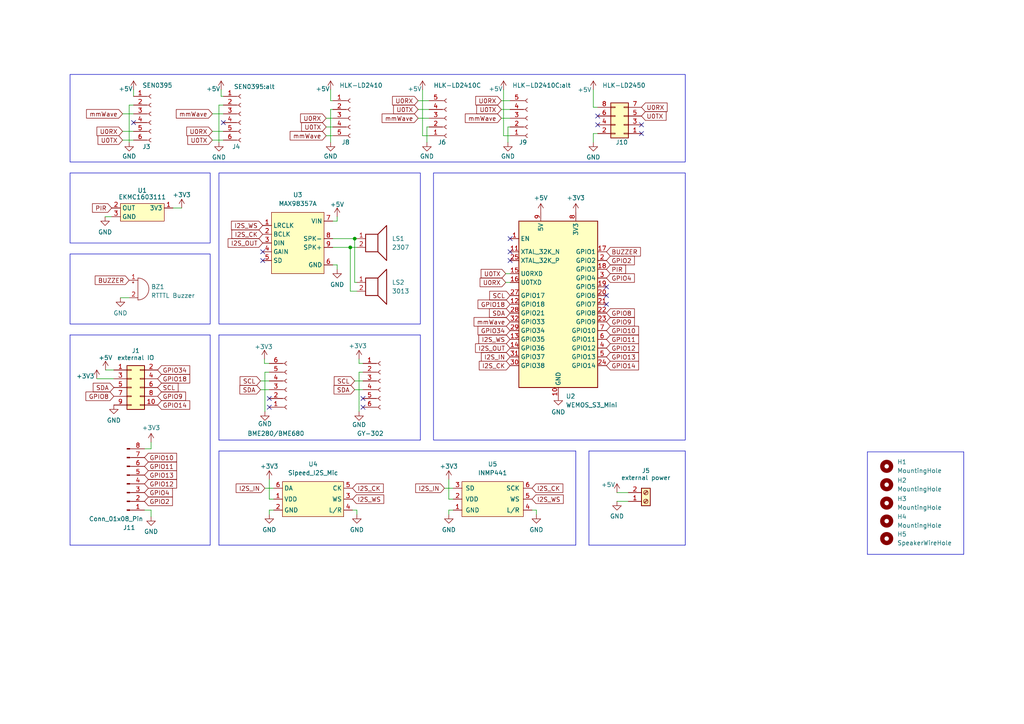
<source format=kicad_sch>
(kicad_sch (version 20230121) (generator eeschema)
  (paper "A4")
  (title_block (title "AIOsense") (date "2023-12-21") (rev "3.0.0") (company "Schluggi / Mourix") (comment 1 "https://github.com/Schluggi/AIOsense"))
  (lib_symbols
    (symbol "AIOsense:Adafruit_MAX98357A"
      (property "Reference" "U" (at 0 12.065 0))
      (property "Value" "MAX98357A" (at -0.635 10.16 0))
      (symbol "Adafruit_MAX98357A_1_1"
        (rectangle (start -7.62 8.89) (end 7.62 -8.89) (fill (type background)))
        (pin input line (at -10.16 5.08 0) (length 2.54) (name "LRCLK") (number "1"))
        (pin input line (at -10.16 2.54 0) (length 2.54) (name "BCLK") (number "2"))
        (pin input line (at -10.16 0 0) (length 2.54) (name "DIN") (number "3"))
        (pin input line (at -10.16 -2.54 0) (length 2.54) (name "GAIN") (number "4"))
        (pin input line (at -10.16 -5.08 0) (length 2.54) (name "SD") (number "5"))
        (pin power_in line (at 10.16 -6.35 180) (length 2.54) (name "GND") (number "6"))
        (pin power_in line (at 10.16 6.35 180) (length 2.54) (name "VIN") (number "7"))
        (pin output line (at 10.16 1.27 180) (length 2.54) (name "SPK-") (number "8"))
        (pin output line (at 10.16 -1.27 180) (length 2.54) (name "SPK+") (number "9"))
      )
    )
    (symbol "AIOsense:PIR_EKMC1603111"
      (property "Reference" "U" (at 0 5.715 0))
      (property "Value" "EKMC1603111" (at 0 3.81 0))
      (symbol "PIR_EKMC1603111_1_1"
        (rectangle (start -6.35 2.54) (end 6.35 -2.54) (fill (type background)))
        (pin power_in line (at 8.89 1.27 180) (length 2.54) (name "3V3") (number "1"))
        (pin output line (at -8.89 1.27 0) (length 2.54) (name "OUT") (number "2"))
        (pin power_in line (at -8.89 -1.27 0) (length 2.54) (name "GND") (number "3"))
      )
    )
    (symbol "AIOsense:Sipeed_I2S_Mic"
      (property "Reference" "U" (at 0 8.255 0))
      (property "Value" "Sipeed_I2S_Mic" (at 0 6.35 0))
      (symbol "Sipeed_I2S_Mic_1_1"
        (rectangle (start -8.89 5.08) (end 8.89 -5.08) (fill (type background)))
        (pin power_in line (at -11.43 0 0) (length 2.54) (name "VDD") (number "1"))
        (pin power_in line (at -11.43 -3.175 0) (length 2.54) (name "GND") (number "2"))
        (pin input line (at 11.43 0 180) (length 2.54) (name "WS") (number "3"))
        (pin input line (at 11.43 -3.175 180) (length 2.54) (name "L/R") (number "4"))
        (pin input line (at 11.43 3.175 180) (length 2.54) (name "CK") (number "5"))
        (pin output line (at -11.43 3.175 0) (length 2.54) (name "DA") (number "6"))
      )
    )
    (symbol "AIOsense:WEMOS_S3_Mini"
      (property "Reference" "U" (at 2.54 -30.48 0))
      (property "Value" "WEMOS_S3_Mini" (at 2.54 -33.02 0))
      (symbol "WEMOS_S3_Mini_1_1"
        (rectangle (start -11.43 20.32) (end 11.43 -27.94) (stroke (width 0.254)) (fill (type background)))
        (pin input line (at -13.97 15.24 0) (length 2.54) (name "EN") (number "1"))
        (pin power_in line (at 0 -30.48 90) (length 2.54) (name "GND") (number "10"))
        (pin input line (at -13.97 11.43 0) (length 2.54) (name "XTAL_32K_N") (number "11"))
        (pin bidirectional line (at -13.97 -3.81 0) (length 2.54) (name "GPIO18") (number "12"))
        (pin bidirectional line (at -13.97 -13.97 0) (length 2.54) (name "GPIO35") (number "13"))
        (pin bidirectional line (at -13.97 -16.51 0) (length 2.54) (name "GPIO36") (number "14"))
        (pin input line (at -13.97 5.08 0) (length 2.54) (name "U0RXD") (number "15"))
        (pin output line (at -13.97 2.54 0) (length 2.54) (name "U0TXD") (number "16"))
        (pin bidirectional line (at 13.97 11.43 180) (length 2.54) (name "GPIO1") (number "17"))
        (pin bidirectional line (at 13.97 6.35 180) (length 2.54) (name "GPIO3") (number "18"))
        (pin bidirectional line (at 13.97 1.27 180) (length 2.54) (name "GPIO5") (number "19"))
        (pin bidirectional line (at 13.97 8.89 180) (length 2.54) (name "GPIO2") (number "2"))
        (pin bidirectional line (at 13.97 -1.27 180) (length 2.54) (name "GPIO6") (number "20"))
        (pin bidirectional line (at 13.97 -3.81 180) (length 2.54) (name "GPIO7") (number "21"))
        (pin bidirectional line (at 13.97 -6.35 180) (length 2.54) (name "GPIO8") (number "22"))
        (pin bidirectional line (at 13.97 -8.89 180) (length 2.54) (name "GPIO9") (number "23"))
        (pin bidirectional line (at 13.97 -21.59 180) (length 2.54) (name "GPIO14") (number "24"))
        (pin output line (at -13.97 8.89 0) (length 2.54) (name "XTAL_32K_P") (number "25"))
        (pin passive line (at 0 -30.48 90) (length 2.54) hide (name "GND") (number "26"))
        (pin bidirectional line (at -13.97 -1.27 0) (length 2.54) (name "GPIO17") (number "27"))
        (pin bidirectional line (at -13.97 -6.35 0) (length 2.54) (name "GPIO21") (number "28"))
        (pin bidirectional line (at -13.97 -11.43 0) (length 2.54) (name "GPIO34") (number "29"))
        (pin bidirectional line (at 13.97 3.81 180) (length 2.54) (name "GPIO4") (number "3"))
        (pin bidirectional line (at -13.97 -21.59 0) (length 2.54) (name "GPIO38") (number "30"))
        (pin bidirectional line (at -13.97 -19.05 0) (length 2.54) (name "GPIO37") (number "31"))
        (pin bidirectional line (at -13.97 -8.89 0) (length 2.54) (name "GPIO33") (number "32"))
        (pin bidirectional line (at 13.97 -16.51 180) (length 2.54) (name "GPIO12") (number "4"))
        (pin bidirectional line (at 13.97 -19.05 180) (length 2.54) (name "GPIO13") (number "5"))
        (pin bidirectional line (at 13.97 -13.97 180) (length 2.54) (name "GPIO11") (number "6"))
        (pin bidirectional line (at 13.97 -11.43 180) (length 2.54) (name "GPIO10") (number "7"))
        (pin power_out line (at 5.08 22.86 270) (length 2.54) (name "3V3") (number "8"))
        (pin power_out line (at -5.08 22.86 270) (length 2.54) (name "5V") (number "9"))
      )
    )
    (symbol "Connector:Conn_01x05_Female" (pin_names (offset 1.016) hide)
      (property "Reference" "J" (at 0 7.62 0))
      (property "Value" "Conn_01x05_Female" (at 0 -7.62 0))
      (symbol "Conn_01x05_Female_1_1"
        (arc (start 0 -4.572) (mid -0.5058 -5.08) (end 0 -5.588) (stroke (width 0.1524)))
        (arc (start 0 -2.032) (mid -0.5058 -2.54) (end 0 -3.048) (stroke (width 0.1524)))
        (polyline (pts (xy -1.27 -5.08) (xy -0.508 -5.08)) (stroke (width 0.1524)))
        (polyline (pts (xy -1.27 -2.54) (xy -0.508 -2.54)) (stroke (width 0.1524)))
        (polyline (pts (xy -1.27 0) (xy -0.508 0)) (stroke (width 0.1524)))
        (polyline (pts (xy -1.27 2.54) (xy -0.508 2.54)) (stroke (width 0.1524)))
        (polyline (pts (xy -1.27 5.08) (xy -0.508 5.08)) (stroke (width 0.1524)))
        (arc (start 0 0.508) (mid -0.5058 0) (end 0 -0.508) (stroke (width 0.1524)))
        (arc (start 0 3.048) (mid -0.5058 2.54) (end 0 2.032) (stroke (width 0.1524)))
        (arc (start 0 5.588) (mid -0.5058 5.08) (end 0 4.572) (stroke (width 0.1524)))
        (pin passive line (at -5.08 5.08 0) (length 3.81) (name "Pin_1") (number "1"))
        (pin passive line (at -5.08 2.54 0) (length 3.81) (name "Pin_2") (number "2"))
        (pin passive line (at -5.08 0 0) (length 3.81) (name "Pin_3") (number "3"))
        (pin passive line (at -5.08 -2.54 0) (length 3.81) (name "Pin_4") (number "4"))
        (pin passive line (at -5.08 -5.08 0) (length 3.81) (name "Pin_5") (number "5"))
      )
    )
    (symbol "Connector:Conn_01x06_Female" (pin_names (offset 1.016) hide)
      (property "Reference" "J" (at 0 7.62 0))
      (property "Value" "Conn_01x06_Female" (at 0 -10.16 0))
      (symbol "Conn_01x06_Female_1_1"
        (arc (start 0 -7.112) (mid -0.5058 -7.62) (end 0 -8.128) (stroke (width 0.1524)))
        (arc (start 0 -4.572) (mid -0.5058 -5.08) (end 0 -5.588) (stroke (width 0.1524)))
        (arc (start 0 -2.032) (mid -0.5058 -2.54) (end 0 -3.048) (stroke (width 0.1524)))
        (polyline (pts (xy -1.27 -7.62) (xy -0.508 -7.62)) (stroke (width 0.1524)))
        (polyline (pts (xy -1.27 -5.08) (xy -0.508 -5.08)) (stroke (width 0.1524)))
        (polyline (pts (xy -1.27 -2.54) (xy -0.508 -2.54)) (stroke (width 0.1524)))
        (polyline (pts (xy -1.27 0) (xy -0.508 0)) (stroke (width 0.1524)))
        (polyline (pts (xy -1.27 2.54) (xy -0.508 2.54)) (stroke (width 0.1524)))
        (polyline (pts (xy -1.27 5.08) (xy -0.508 5.08)) (stroke (width 0.1524)))
        (arc (start 0 0.508) (mid -0.5058 0) (end 0 -0.508) (stroke (width 0.1524)))
        (arc (start 0 3.048) (mid -0.5058 2.54) (end 0 2.032) (stroke (width 0.1524)))
        (arc (start 0 5.588) (mid -0.5058 5.08) (end 0 4.572) (stroke (width 0.1524)))
        (pin passive line (at -5.08 5.08 0) (length 3.81) (name "Pin_1") (number "1"))
        (pin passive line (at -5.08 2.54 0) (length 3.81) (name "Pin_2") (number "2"))
        (pin passive line (at -5.08 0 0) (length 3.81) (name "Pin_3") (number "3"))
        (pin passive line (at -5.08 -2.54 0) (length 3.81) (name "Pin_4") (number "4"))
        (pin passive line (at -5.08 -5.08 0) (length 3.81) (name "Pin_5") (number "5"))
        (pin passive line (at -5.08 -7.62 0) (length 3.81) (name "Pin_6") (number "6"))
      )
    )
    (symbol "Connector:Conn_01x08_Pin" (pin_names (offset 1.016) hide)
      (property "Reference" "J" (at 0 10.16 0))
      (property "Value" "Conn_01x08_Pin" (at 0 -12.7 0))
      (symbol "Conn_01x08_Pin_1_1"
        (polyline (pts (xy 1.27 -10.16) (xy 0.8636 -10.16)) (stroke (width 0.1524)))
        (polyline (pts (xy 1.27 -7.62) (xy 0.8636 -7.62)) (stroke (width 0.1524)))
        (polyline (pts (xy 1.27 -5.08) (xy 0.8636 -5.08)) (stroke (width 0.1524)))
        (polyline (pts (xy 1.27 -2.54) (xy 0.8636 -2.54)) (stroke (width 0.1524)))
        (polyline (pts (xy 1.27 0) (xy 0.8636 0)) (stroke (width 0.1524)))
        (polyline (pts (xy 1.27 2.54) (xy 0.8636 2.54)) (stroke (width 0.1524)))
        (polyline (pts (xy 1.27 5.08) (xy 0.8636 5.08)) (stroke (width 0.1524)))
        (polyline (pts (xy 1.27 7.62) (xy 0.8636 7.62)) (stroke (width 0.1524)))
        (rectangle (start 0.8636 -10.033) (end 0 -10.287) (stroke (width 0.1524)) (fill (type outline)))
        (rectangle (start 0.8636 -7.493) (end 0 -7.747) (stroke (width 0.1524)) (fill (type outline)))
        (rectangle (start 0.8636 -4.953) (end 0 -5.207) (stroke (width 0.1524)) (fill (type outline)))
        (rectangle (start 0.8636 -2.413) (end 0 -2.667) (stroke (width 0.1524)) (fill (type outline)))
        (rectangle (start 0.8636 0.127) (end 0 -0.127) (stroke (width 0.1524)) (fill (type outline)))
        (rectangle (start 0.8636 2.667) (end 0 2.413) (stroke (width 0.1524)) (fill (type outline)))
        (rectangle (start 0.8636 5.207) (end 0 4.953) (stroke (width 0.1524)) (fill (type outline)))
        (rectangle (start 0.8636 7.747) (end 0 7.493) (stroke (width 0.1524)) (fill (type outline)))
        (pin passive line (at 5.08 7.62 180) (length 3.81) (name "Pin_1") (number "1"))
        (pin passive line (at 5.08 5.08 180) (length 3.81) (name "Pin_2") (number "2"))
        (pin passive line (at 5.08 2.54 180) (length 3.81) (name "Pin_3") (number "3"))
        (pin passive line (at 5.08 0 180) (length 3.81) (name "Pin_4") (number "4"))
        (pin passive line (at 5.08 -2.54 180) (length 3.81) (name "Pin_5") (number "5"))
        (pin passive line (at 5.08 -5.08 180) (length 3.81) (name "Pin_6") (number "6"))
        (pin passive line (at 5.08 -7.62 180) (length 3.81) (name "Pin_7") (number "7"))
        (pin passive line (at 5.08 -10.16 180) (length 3.81) (name "Pin_8") (number "8"))
      )
    )
    (symbol "Connector:Screw_Terminal_01x02" (pin_names (offset 1.016) hide)
      (property "Reference" "J" (at 0 2.54 0))
      (property "Value" "Screw_Terminal_01x02" (at 0 -5.08 0))
      (symbol "Screw_Terminal_01x02_1_1"
        (rectangle (start -1.27 1.27) (end 1.27 -3.81) (stroke (width 0.254)) (fill (type background)))
        (circle (center 0 -2.54) (radius 0.635) (stroke (width 0.1524)))
        (polyline (pts (xy -0.5334 -2.2098) (xy 0.3302 -3.048)) (stroke (width 0.1524)))
        (polyline (pts (xy -0.5334 0.3302) (xy 0.3302 -0.508)) (stroke (width 0.1524)))
        (polyline (pts (xy -0.3556 -2.032) (xy 0.508 -2.8702)) (stroke (width 0.1524)))
        (polyline (pts (xy -0.3556 0.508) (xy 0.508 -0.3302)) (stroke (width 0.1524)))
        (circle (center 0 0) (radius 0.635) (stroke (width 0.1524)))
        (pin passive line (at -5.08 0 0) (length 3.81) (name "Pin_1") (number "1"))
        (pin passive line (at -5.08 -2.54 0) (length 3.81) (name "Pin_2") (number "2"))
      )
    )
    (symbol "Connector_Generic:Conn_02x04_Odd_Even" (pin_names (offset 1.016) hide)
      (property "Reference" "J" (at 1.27 5.08 0))
      (property "Value" "Conn_02x04_Odd_Even" (at 1.27 -7.62 0))
      (symbol "Conn_02x04_Odd_Even_1_1"
        (rectangle (start -1.27 -4.953) (end 0 -5.207) (stroke (width 0.1524)))
        (rectangle (start -1.27 -2.413) (end 0 -2.667) (stroke (width 0.1524)))
        (rectangle (start -1.27 0.127) (end 0 -0.127) (stroke (width 0.1524)))
        (rectangle (start -1.27 2.667) (end 0 2.413) (stroke (width 0.1524)))
        (rectangle (start -1.27 3.81) (end 3.81 -6.35) (stroke (width 0.254)) (fill (type background)))
        (rectangle (start 3.81 -4.953) (end 2.54 -5.207) (stroke (width 0.1524)))
        (rectangle (start 3.81 -2.413) (end 2.54 -2.667) (stroke (width 0.1524)))
        (rectangle (start 3.81 0.127) (end 2.54 -0.127) (stroke (width 0.1524)))
        (rectangle (start 3.81 2.667) (end 2.54 2.413) (stroke (width 0.1524)))
        (pin passive line (at -5.08 2.54 0) (length 3.81) (name "Pin_1") (number "1"))
        (pin passive line (at 7.62 2.54 180) (length 3.81) (name "Pin_2") (number "2"))
        (pin passive line (at -5.08 0 0) (length 3.81) (name "Pin_3") (number "3"))
        (pin passive line (at 7.62 0 180) (length 3.81) (name "Pin_4") (number "4"))
        (pin passive line (at -5.08 -2.54 0) (length 3.81) (name "Pin_5") (number "5"))
        (pin passive line (at 7.62 -2.54 180) (length 3.81) (name "Pin_6") (number "6"))
        (pin passive line (at -5.08 -5.08 0) (length 3.81) (name "Pin_7") (number "7"))
        (pin passive line (at 7.62 -5.08 180) (length 3.81) (name "Pin_8") (number "8"))
      )
    )
    (symbol "Connector_Generic:Conn_02x05_Odd_Even" (pin_names (offset 1.016) hide)
      (property "Reference" "J" (at 1.27 7.62 0))
      (property "Value" "Conn_02x05_Odd_Even" (at 1.27 -7.62 0))
      (symbol "Conn_02x05_Odd_Even_1_1"
        (rectangle (start -1.27 -4.953) (end 0 -5.207) (stroke (width 0.1524)))
        (rectangle (start -1.27 -2.413) (end 0 -2.667) (stroke (width 0.1524)))
        (rectangle (start -1.27 0.127) (end 0 -0.127) (stroke (width 0.1524)))
        (rectangle (start -1.27 2.667) (end 0 2.413) (stroke (width 0.1524)))
        (rectangle (start -1.27 5.207) (end 0 4.953) (stroke (width 0.1524)))
        (rectangle (start -1.27 6.35) (end 3.81 -6.35) (stroke (width 0.254)) (fill (type background)))
        (rectangle (start 3.81 -4.953) (end 2.54 -5.207) (stroke (width 0.1524)))
        (rectangle (start 3.81 -2.413) (end 2.54 -2.667) (stroke (width 0.1524)))
        (rectangle (start 3.81 0.127) (end 2.54 -0.127) (stroke (width 0.1524)))
        (rectangle (start 3.81 2.667) (end 2.54 2.413) (stroke (width 0.1524)))
        (rectangle (start 3.81 5.207) (end 2.54 4.953) (stroke (width 0.1524)))
        (pin passive line (at -5.08 5.08 0) (length 3.81) (name "Pin_1") (number "1"))
        (pin passive line (at 7.62 -5.08 180) (length 3.81) (name "Pin_10") (number "10"))
        (pin passive line (at 7.62 5.08 180) (length 3.81) (name "Pin_2") (number "2"))
        (pin passive line (at -5.08 2.54 0) (length 3.81) (name "Pin_3") (number "3"))
        (pin passive line (at 7.62 2.54 180) (length 3.81) (name "Pin_4") (number "4"))
        (pin passive line (at -5.08 0 0) (length 3.81) (name "Pin_5") (number "5"))
        (pin passive line (at 7.62 0 180) (length 3.81) (name "Pin_6") (number "6"))
        (pin passive line (at -5.08 -2.54 0) (length 3.81) (name "Pin_7") (number "7"))
        (pin passive line (at 7.62 -2.54 180) (length 3.81) (name "Pin_8") (number "8"))
        (pin passive line (at -5.08 -5.08 0) (length 3.81) (name "Pin_9") (number "9"))
      )
    )
    (symbol "Device:Buzzer" (pin_names (offset 0.0254) hide)
      (property "Reference" "BZ" (at 3.81 1.27 0))
      (property "Value" "Buzzer" (at 3.81 -1.27 0))
      (symbol "Buzzer_0_1"
        (arc (start 0 -3.175) (mid 3.1612 0) (end 0 3.175))
        (polyline (pts (xy -1.651 1.905) (xy -1.143 1.905)))
        (polyline (pts (xy -1.397 2.159) (xy -1.397 1.651)))
        (polyline (pts (xy 0 3.175) (xy 0 -3.175)))
      )
      (symbol "Buzzer_1_1"
        (pin passive line (at -2.54 2.54 0) (length 2.54) (name "-") (number "1"))
        (pin passive line (at -2.54 -2.54 0) (length 2.54) (name "+") (number "2"))
      )
    )
    (symbol "Device:Speaker" (pin_names (offset 0) hide)
      (property "Reference" "LS" (at 1.27 5.715 0))
      (property "Value" "Speaker" (at 1.27 3.81 0))
      (symbol "Speaker_0_0"
        (rectangle (start -2.54 1.27) (end 1.016 -3.81) (stroke (width 0.254)))
        (polyline (pts (xy 1.016 1.27) (xy 3.556 3.81) (xy 3.556 -6.35) (xy 1.016 -3.81)) (stroke (width 0.254)))
      )
      (symbol "Speaker_1_1"
        (pin input line (at -5.08 0 0) (length 2.54) (name "1") (number "1"))
        (pin input line (at -5.08 -2.54 0) (length 2.54) (name "2") (number "2"))
      )
    )
    (symbol "Mechanical:MountingHole" (pin_names (offset 1.016))
      (property "Reference" "H" (at 0 5.08 0))
      (property "Value" "MountingHole" (at 0 3.175 0))
      (symbol "MountingHole_0_1"
        (circle (center 0 0) (radius 1.27) (stroke (width 1.27)))
      )
    )
    (symbol "inmp441:INMP441" (pin_names (offset 1.016))
      (property "Reference" "U5" (at 0 -8.89 0))
      (property "Value" "INMP441" (at 0 -6.35 0))
      (symbol "INMP441_1_1"
        (rectangle (start -8.89 6.35) (end 8.89 -3.81) (fill (type background)))
        (pin power_out line (at 11.43 4.445 180) (length 2.54) (name "GND") (number "1"))
        (pin power_out line (at 11.43 1.27 180) (length 2.54) (name "VDD") (number "2"))
        (pin bidirectional line (at 11.43 -1.905 180) (length 2.54) (name "SD") (number "3"))
        (pin bidirectional line (at -11.43 4.445 0) (length 2.54) (name "L/R") (number "4"))
        (pin bidirectional line (at -11.43 1.27 0) (length 2.54) (name "WS") (number "5"))
        (pin bidirectional line (at -11.43 -1.905 0) (length 2.54) (name "SCK") (number "6"))
      )
    )
    (symbol "power:+3V3" (power) (pin_names (offset 0))
      (property "Value" "+3V3" (at 0 3.556 0))
      (symbol "+3V3_0_1"
        (polyline (pts (xy -0.762 1.27) (xy 0 2.54)))
        (polyline (pts (xy 0 0) (xy 0 2.54)))
        (polyline (pts (xy 0 2.54) (xy 0.762 1.27)))
      )
      (symbol "+3V3_1_1"
        (pin power_in line (at 0 0 90) (length 0) hide (name "+3V3") (number "1"))
      )
    )
    (symbol "power:+5V" (power) (pin_names (offset 0))
      (property "Value" "+5V" (at 0 3.556 0))
      (symbol "+5V_0_1"
        (polyline (pts (xy -0.762 1.27) (xy 0 2.54)))
        (polyline (pts (xy 0 0) (xy 0 2.54)))
        (polyline (pts (xy 0 2.54) (xy 0.762 1.27)))
      )
      (symbol "+5V_1_1"
        (pin power_in line (at 0 0 90) (length 0) hide (name "+5V") (number "1"))
      )
    )
    (symbol "power:GND" (power) (pin_names (offset 0))
      (property "Value" "GND" (at 0 -3.81 0))
      (symbol "GND_0_1"
        (polyline (pts (xy 0 0) (xy 0 -1.27) (xy 1.27 -1.27) (xy 0 -2.54) (xy -1.27 -1.27) (xy 0 -1.27)))
      )
      (symbol "GND_1_1"
        (pin power_in line (at 0 0 270) (length 0) hide (name "GND") (number "1"))
      )
    )
  )
  (junction (at 102.87 69.215))
  (junction (at 101.6 71.755))
  (no_connect (at 175.895 88.265))
  (no_connect (at 105.283 115.57))
  (no_connect (at 64.77 35.56))
  (no_connect (at 38.735 35.56))
  (no_connect (at 175.895 85.725))
  (no_connect (at 76.2 73.025))
  (no_connect (at 78.105 115.57))
  (no_connect (at 78.105 118.11))
  (no_connect (at 175.895 83.185))
  (no_connect (at 147.955 69.215))
  (no_connect (at 147.955 73.025))
  (no_connect (at 105.283 118.11))
  (no_connect (at 173.355 33.655))
  (no_connect (at 186.055 36.195))
  (no_connect (at 173.355 36.195))
  (no_connect (at 147.955 75.565))
  (no_connect (at 186.055 38.735))
  (no_connect (at 76.2 75.565))
  (wire (pts (xy 64.135 27.94) (xy 64.135 26.035)))
  (wire (pts (xy 102.87 110.49) (xy 105.283 110.49)))
  (polyline (pts (xy 63.5 127.635) (xy 121.92 127.635)))
  (wire (pts (xy 104.14 119.38) (xy 104.14 107.95)))
  (wire (pts (xy 76.835 141.605) (xy 79.375 141.605)))
  (wire (pts (xy 95.885 31.75) (xy 95.885 41.275)))
  (polyline (pts (xy 63.5 97.155) (xy 121.92 97.155)))
  (wire (pts (xy 130.175 139.065) (xy 130.175 144.78)))
  (wire (pts (xy 35.56 38.1) (xy 38.735 38.1)))
  (wire (pts (xy 146.05 26.035) (xy 146.05 39.37)))
  (wire (pts (xy 35.56 33.02) (xy 38.735 33.02)))
  (wire (pts (xy 43.815 130.175) (xy 41.91 130.175)))
  (wire (pts (xy 178.943 142.875) (xy 182.245 142.875)))
  (wire (pts (xy 128.905 141.605) (xy 131.445 141.605)))
  (wire (pts (xy 95.885 26.035) (xy 95.885 29.21)))
  (polyline (pts (xy 60.96 158.115) (xy 60.96 97.155)))
  (wire (pts (xy 96.52 71.755) (xy 101.6 71.755)))
  (polyline (pts (xy 63.5 130.81) (xy 63.5 158.115)))
  (polyline (pts (xy 170.815 158.115) (xy 198.755 158.115)))
  (polyline (pts (xy 20.32 158.115) (xy 60.96 158.115)))
  (wire (pts (xy 63.5 41.275) (xy 63.5 30.48)))
  (wire (pts (xy 123.825 36.83) (xy 123.825 41.275)))
  (wire (pts (xy 50.165 60.325) (xy 52.705 60.325)))
  (wire (pts (xy 96.52 64.135) (xy 97.79 64.135)))
  (wire (pts (xy 146.685 79.375) (xy 147.955 79.375)))
  (wire (pts (xy 147.32 41.275) (xy 147.32 36.83)))
  (polyline (pts (xy 170.815 130.81) (xy 170.815 158.115)))
  (wire (pts (xy 78.105 147.955) (xy 78.105 149.225)))
  (wire (pts (xy 30.48 62.865) (xy 32.385 62.865)))
  (wire (pts (xy 101.6 71.755) (xy 103.505 71.755)))
  (polyline (pts (xy 167.005 130.81) (xy 63.5 130.81)))
  (polyline (pts (xy 63.5 97.155) (xy 63.5 127.635)))
  (wire (pts (xy 130.175 147.955) (xy 130.175 149.225)))
  (wire (pts (xy 61.595 38.1) (xy 64.77 38.1)))
  (wire (pts (xy 122.555 39.37) (xy 124.46 39.37)))
  (wire (pts (xy 146.05 39.37) (xy 147.955 39.37)))
  (polyline (pts (xy 20.32 97.155) (xy 60.96 97.155)))
  (wire (pts (xy 63.5 30.48) (xy 64.77 30.48)))
  (wire (pts (xy 78.105 107.95) (xy 76.835 107.95)))
  (polyline (pts (xy 279.527 160.782) (xy 279.527 131.064)))
  (wire (pts (xy 95.885 29.21) (xy 96.52 29.21)))
  (polyline (pts (xy 251.587 131.064) (xy 279.527 131.064)))
  (wire (pts (xy 94.615 36.83) (xy 96.52 36.83)))
  (wire (pts (xy 172.085 38.735) (xy 172.085 41.275)))
  (wire (pts (xy 102.87 113.03) (xy 105.283 113.03)))
  (wire (pts (xy 145.415 29.21) (xy 147.955 29.21)))
  (wire (pts (xy 155.575 149.225) (xy 155.575 147.955)))
  (wire (pts (xy 61.595 33.02) (xy 64.77 33.02)))
  (wire (pts (xy 35.56 40.64) (xy 38.735 40.64)))
  (wire (pts (xy 121.285 34.29) (xy 124.46 34.29)))
  (wire (pts (xy 78.105 144.78) (xy 79.375 144.78)))
  (wire (pts (xy 121.285 31.75) (xy 124.46 31.75)))
  (wire (pts (xy 38.735 26.035) (xy 38.735 27.94)))
  (wire (pts (xy 64.77 27.94) (xy 64.135 27.94)))
  (wire (pts (xy 101.6 71.755) (xy 101.6 84.455)))
  (wire (pts (xy 122.555 26.035) (xy 122.555 39.37)))
  (wire (pts (xy 147.32 36.83) (xy 147.955 36.83)))
  (wire (pts (xy 43.815 147.955) (xy 41.91 147.955)))
  (wire (pts (xy 103.505 147.955) (xy 102.235 147.955)))
  (wire (pts (xy 172.085 31.115) (xy 173.355 31.115)))
  (wire (pts (xy 145.415 31.75) (xy 147.955 31.75)))
  (wire (pts (xy 121.285 29.21) (xy 124.46 29.21)))
  (wire (pts (xy 37.465 30.48) (xy 37.465 41.275)))
  (polyline (pts (xy 251.587 131.064) (xy 251.587 160.782)))
  (wire (pts (xy 75.565 113.03) (xy 78.105 113.03)))
  (polyline (pts (xy 170.815 130.81) (xy 198.755 130.81)))
  (wire (pts (xy 78.105 139.065) (xy 78.105 144.78)))
  (wire (pts (xy 75.565 110.49) (xy 78.105 110.49)))
  (wire (pts (xy 178.943 145.415) (xy 182.245 145.415)))
  (wire (pts (xy 76.708 104.14) (xy 76.708 105.41)))
  (wire (pts (xy 97.79 62.865) (xy 97.79 64.135)))
  (polyline (pts (xy 167.005 158.115) (xy 167.005 130.81)))
  (wire (pts (xy 102.87 69.215) (xy 103.505 69.215)))
  (wire (pts (xy 146.685 81.915) (xy 147.955 81.915)))
  (wire (pts (xy 95.885 31.75) (xy 96.52 31.75)))
  (polyline (pts (xy 20.32 97.155) (xy 20.32 158.115)))
  (polyline (pts (xy 251.587 160.782) (xy 279.527 160.782)))
  (wire (pts (xy 34.925 86.36) (xy 37.465 86.36)))
  (wire (pts (xy 123.825 36.83) (xy 124.46 36.83)))
  (wire (pts (xy 94.615 34.29) (xy 96.52 34.29)))
  (wire (pts (xy 104.14 105.41) (xy 105.283 105.41)))
  (wire (pts (xy 96.52 76.835) (xy 97.79 76.835)))
  (wire (pts (xy 76.708 105.41) (xy 78.105 105.41)))
  (wire (pts (xy 43.815 128.27) (xy 43.815 130.175)))
  (polyline (pts (xy 198.755 158.115) (xy 198.755 130.81)))
  (polyline (pts (xy 63.5 158.115) (xy 167.005 158.115)))
  (polyline (pts (xy 121.92 127.635) (xy 121.92 97.155)))
  (wire (pts (xy 37.465 30.48) (xy 38.735 30.48)))
  (wire (pts (xy 130.175 144.78) (xy 131.445 144.78)))
  (wire (pts (xy 172.085 26.035) (xy 172.085 31.115)))
  (wire (pts (xy 30.607 107.315) (xy 33.02 107.315)))
  (wire (pts (xy 97.79 76.835) (xy 97.79 78.105)))
  (wire (pts (xy 79.375 147.955) (xy 78.105 147.955)))
  (wire (pts (xy 145.415 34.29) (xy 147.955 34.29)))
  (wire (pts (xy 103.505 81.915) (xy 102.87 81.915)))
  (wire (pts (xy 76.835 107.95) (xy 76.835 119.38)))
  (wire (pts (xy 104.14 107.95) (xy 105.283 107.95)))
  (wire (pts (xy 172.085 38.735) (xy 173.355 38.735)))
  (wire (pts (xy 131.445 147.955) (xy 130.175 147.955)))
  (wire (pts (xy 94.615 39.37) (xy 96.52 39.37)))
  (wire (pts (xy 28.067 109.855) (xy 33.02 109.855)))
  (wire (pts (xy 103.505 84.455) (xy 101.6 84.455)))
  (wire (pts (xy 104.14 104.14) (xy 104.14 105.41)))
  (wire (pts (xy 155.575 147.955) (xy 154.305 147.955)))
  (wire (pts (xy 96.52 69.215) (xy 102.87 69.215)))
  (wire (pts (xy 43.815 149.86) (xy 43.815 147.955)))
  (wire (pts (xy 103.505 149.225) (xy 103.505 147.955)))
  (wire (pts (xy 61.595 40.64) (xy 64.77 40.64)))
  (wire (pts (xy 102.87 69.215) (xy 102.87 81.915)))
  (rectangle (start 125.73 50.165) (end 198.755 127.635))
  (rectangle (start 63.5 50.165) (end 121.92 93.98))
  (rectangle (start 20.32 50.165) (end 60.96 70.485))
  (rectangle (start 20.32 21.59) (end 198.755 46.99))
  (rectangle (start 20.32 73.66) (end 60.96 93.98))
  (global_label "U0TX" (shape input) (at 61.595 40.64 180) (property "Intersheetrefs" "${INTERSHEET_REFS}" (effects hide)))
  (global_label "SDA" (shape input) (at 33.02 112.395 180) (property "Intersheetrefs" "${INTERSHEET_REFS}" (effects hide)))
  (global_label "I2S_WS" (shape input) (at 102.235 144.78 0) (property "Intersheetrefs" "${INTERSHEET_REFS}" (effects hide)))
  (global_label "GPIO13" (shape input) (at 175.895 103.505 0) (property "Intersheetrefs" "${INTERSHEET_REFS}" (effects hide)))
  (global_label "GPIO18" (shape input) (at 45.72 109.855 0) (property "Intersheetrefs" "${INTERSHEET_REFS}" (effects hide)))
  (global_label "I2S_IN" (shape input) (at 147.955 103.505 180) (property "Intersheetrefs" "${INTERSHEET_REFS}" (effects hide)))
  (global_label "U0RX" (shape input) (at 145.415 29.21 180) (property "Intersheetrefs" "${INTERSHEET_REFS}" (effects hide)))
  (global_label "mmWave" (shape input) (at 121.285 34.29 180) (property "Intersheetrefs" "${INTERSHEET_REFS}" (effects hide)))
  (global_label "SDA" (shape input) (at 147.955 90.805 180) (property "Intersheetrefs" "${INTERSHEET_REFS}" (effects hide)))
  (global_label "I2S_WS" (shape input) (at 147.955 98.425 180) (property "Intersheetrefs" "${INTERSHEET_REFS}" (effects hide)))
  (global_label "SCL" (shape input) (at 102.87 110.49 180) (property "Intersheetrefs" "${INTERSHEET_REFS}" (effects hide)))
  (global_label "PIR" (shape input) (at 175.895 78.105 0) (property "Intersheetrefs" "${INTERSHEET_REFS}" (effects hide)))
  (global_label "I2S_WS" (shape input) (at 76.2 65.405 180) (property "Intersheetrefs" "${INTERSHEET_REFS}" (effects hide)))
  (global_label "I2S_WS" (shape input) (at 154.305 144.78 0) (property "Intersheetrefs" "${INTERSHEET_REFS}" (effects hide)))
  (global_label "SCL" (shape input) (at 45.72 112.395 0) (property "Intersheetrefs" "${INTERSHEET_REFS}" (effects hide)))
  (global_label "I2S_CK" (shape input) (at 154.305 141.605 0) (property "Intersheetrefs" "${INTERSHEET_REFS}" (effects hide)))
  (global_label "U0RX" (shape input) (at 186.055 31.115 0) (property "Intersheetrefs" "${INTERSHEET_REFS}" (effects hide)))
  (global_label "mmWave" (shape input) (at 61.595 33.02 180) (property "Intersheetrefs" "${INTERSHEET_REFS}" (effects hide)))
  (global_label "SCL" (shape input) (at 75.565 110.49 180) (property "Intersheetrefs" "${INTERSHEET_REFS}" (effects hide)))
  (global_label "U0TX" (shape input) (at 186.055 33.655 0) (property "Intersheetrefs" "${INTERSHEET_REFS}" (effects hide)))
  (global_label "I2S_IN" (shape input) (at 128.905 141.605 180) (property "Intersheetrefs" "${INTERSHEET_REFS}" (effects hide)))
  (global_label "GPIO4" (shape input) (at 41.91 142.875 0) (property "Intersheetrefs" "${INTERSHEET_REFS}" (effects hide)))
  (global_label "U0RX" (shape input) (at 146.685 81.915 180) (property "Intersheetrefs" "${INTERSHEET_REFS}" (effects hide)))
  (global_label "GPIO9" (shape input) (at 175.895 93.345 0) (property "Intersheetrefs" "${INTERSHEET_REFS}" (effects hide)))
  (global_label "GPIO8" (shape input) (at 175.895 90.805 0) (property "Intersheetrefs" "${INTERSHEET_REFS}" (effects hide)))
  (global_label "I2S_IN" (shape input) (at 76.835 141.605 180) (property "Intersheetrefs" "${INTERSHEET_REFS}" (effects hide)))
  (global_label "I2S_OUT" (shape input) (at 76.2 70.485 180) (property "Intersheetrefs" "${INTERSHEET_REFS}" (effects hide)))
  (global_label "U0TX" (shape input) (at 35.56 40.64 180) (property "Intersheetrefs" "${INTERSHEET_REFS}" (effects hide)))
  (global_label "U0RX" (shape input) (at 94.615 34.29 180) (property "Intersheetrefs" "${INTERSHEET_REFS}" (effects hide)))
  (global_label "U0TX" (shape input) (at 146.685 79.375 180) (property "Intersheetrefs" "${INTERSHEET_REFS}" (effects hide)))
  (global_label "GPIO10" (shape input) (at 41.91 132.715 0) (property "Intersheetrefs" "${INTERSHEET_REFS}" (effects hide)))
  (global_label "GPIO4" (shape input) (at 175.895 80.645 0) (property "Intersheetrefs" "${INTERSHEET_REFS}" (effects hide)))
  (global_label "GPIO2" (shape input) (at 175.895 75.565 0) (property "Intersheetrefs" "${INTERSHEET_REFS}" (effects hide)))
  (global_label "I2S_OUT" (shape input) (at 147.955 100.965 180) (property "Intersheetrefs" "${INTERSHEET_REFS}" (effects hide)))
  (global_label "U0TX" (shape input) (at 94.615 36.83 180) (property "Intersheetrefs" "${INTERSHEET_REFS}" (effects hide)))
  (global_label "GPIO11" (shape input) (at 175.895 98.425 0) (property "Intersheetrefs" "${INTERSHEET_REFS}" (effects hide)))
  (global_label "GPIO11" (shape input) (at 41.91 135.255 0) (property "Intersheetrefs" "${INTERSHEET_REFS}" (effects hide)))
  (global_label "PIR" (shape input) (at 32.385 60.325 180) (property "Intersheetrefs" "${INTERSHEET_REFS}" (effects hide)))
  (global_label "GPIO9" (shape input) (at 45.72 114.935 0) (property "Intersheetrefs" "${INTERSHEET_REFS}" (effects hide)))
  (global_label "GPIO12" (shape input) (at 175.895 100.965 0) (property "Intersheetrefs" "${INTERSHEET_REFS}" (effects hide)))
  (global_label "U0RX" (shape input) (at 35.56 38.1 180) (property "Intersheetrefs" "${INTERSHEET_REFS}" (effects hide)))
  (global_label "GPIO2" (shape input) (at 41.91 145.415 0) (property "Intersheetrefs" "${INTERSHEET_REFS}" (effects hide)))
  (global_label "GPIO18" (shape input) (at 147.955 88.265 180) (property "Intersheetrefs" "${INTERSHEET_REFS}" (effects hide)))
  (global_label "I2S_CK" (shape input) (at 102.235 141.605 0) (property "Intersheetrefs" "${INTERSHEET_REFS}" (effects hide)))
  (global_label "BUZZER" (shape input) (at 37.465 81.28 180) (property "Intersheetrefs" "${INTERSHEET_REFS}" (effects hide)))
  (global_label "I2S_CK" (shape input) (at 147.955 106.045 180) (property "Intersheetrefs" "${INTERSHEET_REFS}" (effects hide)))
  (global_label "GPIO14" (shape input) (at 175.895 106.045 0) (property "Intersheetrefs" "${INTERSHEET_REFS}" (effects hide)))
  (global_label "mmWave" (shape input) (at 35.56 33.02 180) (property "Intersheetrefs" "${INTERSHEET_REFS}" (effects hide)))
  (global_label "GPIO13" (shape input) (at 41.91 137.795 0) (property "Intersheetrefs" "${INTERSHEET_REFS}" (effects hide)))
  (global_label "mmWave" (shape input) (at 147.955 93.345 180) (property "Intersheetrefs" "${INTERSHEET_REFS}" (effects hide)))
  (global_label "mmWave" (shape input) (at 145.415 34.29 180) (property "Intersheetrefs" "${INTERSHEET_REFS}" (effects hide)))
  (global_label "GPIO8" (shape input) (at 33.02 114.935 180) (property "Intersheetrefs" "${INTERSHEET_REFS}" (effects hide)))
  (global_label "SDA" (shape input) (at 102.87 113.03 180) (property "Intersheetrefs" "${INTERSHEET_REFS}" (effects hide)))
  (global_label "mmWave" (shape input) (at 94.615 39.37 180) (property "Intersheetrefs" "${INTERSHEET_REFS}" (effects hide)))
  (global_label "U0RX" (shape input) (at 121.285 29.21 180) (property "Intersheetrefs" "${INTERSHEET_REFS}" (effects hide)))
  (global_label "U0TX" (shape input) (at 145.415 31.75 180) (property "Intersheetrefs" "${INTERSHEET_REFS}" (effects hide)))
  (global_label "SCL" (shape input) (at 147.955 85.725 180) (property "Intersheetrefs" "${INTERSHEET_REFS}" (effects hide)))
  (global_label "I2S_CK" (shape input) (at 76.2 67.945 180) (property "Intersheetrefs" "${INTERSHEET_REFS}" (effects hide)))
  (global_label "GPIO12" (shape input) (at 41.91 140.335 0) (property "Intersheetrefs" "${INTERSHEET_REFS}" (effects hide)))
  (global_label "GPIO10" (shape input) (at 175.895 95.885 0) (property "Intersheetrefs" "${INTERSHEET_REFS}" (effects hide)))
  (global_label "GPIO34" (shape input) (at 147.955 95.885 180) (property "Intersheetrefs" "${INTERSHEET_REFS}" (effects hide)))
  (global_label "U0RX" (shape input) (at 61.595 38.1 180) (property "Intersheetrefs" "${INTERSHEET_REFS}" (effects hide)))
  (global_label "SDA" (shape input) (at 75.565 113.03 180) (property "Intersheetrefs" "${INTERSHEET_REFS}" (effects hide)))
  (global_label "GPIO14" (shape input) (at 45.72 117.475 0) (property "Intersheetrefs" "${INTERSHEET_REFS}" (effects hide)))
  (global_label "BUZZER" (shape input) (at 175.895 73.025 0) (property "Intersheetrefs" "${INTERSHEET_REFS}" (effects hide)))
  (global_label "U0TX" (shape input) (at 121.285 31.75 180) (property "Intersheetrefs" "${INTERSHEET_REFS}" (effects hide)))
  (global_label "GPIO34" (shape input) (at 45.72 107.315 0) (property "Intersheetrefs" "${INTERSHEET_REFS}" (effects hide)))
  (symbol (lib_id "power:+5V") (at 156.845 61.595 0) (unit 1)
    (property "Reference" "#PWR03" (effects hide))
    (property "Value" "+5V" (at 156.845 57.404 0))
  )
  (symbol (lib_id "power:GND") (at 30.48 62.865 0) (unit 1)
    (property "Reference" "#PWR05" (effects hide))
    (property "Value" "GND" (at 30.48 67.31 0))
  )
  (symbol (lib_id "inmp441:INMP441") (at 142.875 143.51 180) (unit 1)
    (property "Reference" "U5" (at 142.875 134.62 0))
    (property "Value" "INMP441" (at 142.875 137.16 0))
    (property "Footprint" "myStuff:INMP441" (effects hide))
    (property "Digikey Part #" "obsolete" (effects hide))
    (property "Farnell Part #" "obsolete" (effects hide))
    (property "Manufacturer_Name" "TDK InvenSense" (effects hide))
    (property "Manufacturer_Part_Number" "INMP441ACEZ-R7" (effects hide))
    (property "Mouser Part #" "obsolete" (effects hide))
    (property "Remark" "not produced anymore" (effects hide))
  )
  (symbol (lib_id "Device:Speaker") (at 108.585 69.215 0) (unit 1)
    (property "Reference" "LS1" (at 113.665 69.215 0) (effects (justify left)))
    (property "Value" "2307" (at 113.665 71.755 0) (effects (justify left)))
    (property "Footprint" "AIOsense:Speaker_2307" (effects hide))
  )
  (symbol (lib_id "Connector:Conn_01x05_Female") (at 129.54 34.29 0) (mirror x) (unit 1)
    (property "Reference" "J6" (at 127 41.275 0) (effects (justify left)))
    (property "Value" "HLK-LD2410C" (at 125.73 24.765 0) (effects (justify left)))
    (property "Footprint" "Connector_PinSocket_2.54mm:PinSocket_1x05_P2.54mm_Vertical" (effects hide))
    (property "Aliexpress Part #" "https://de.aliexpress.com/item/1005004370112289.html?gatewayAdapt=glo2deu" (effects hide))
    (property "Digikey Part #" "/" (effects hide))
    (property "Farnell Part #" "/" (effects hide))
    (property "Manufacturer_Name" "HiLink" (effects hide))
    (property "Manufacturer_Part_Number" "LD2410 " (effects hide))
    (property "Mouser Part #" "/" (effects hide))
    (property "Mouser Price/Stock" "https://www.hlktech.net/index.php?id=988" (effects hide))
  )
  (symbol (lib_id "power:GND") (at 103.505 149.225 0) (unit 1)
    (property "Reference" "#PWR015" (effects hide))
    (property "Value" "GND" (at 103.505 153.67 0))
  )
  (symbol (lib_id "Connector:Conn_01x05_Female") (at 153.035 34.29 0) (mirror x) (unit 1)
    (property "Reference" "J9" (at 150.495 41.275 0) (effects (justify left)))
    (property "Value" "HLK-LD2410C:alt" (at 148.59 24.765 0) (effects (justify left)))
    (property "Footprint" "Connector_PinSocket_2.54mm:PinSocket_1x05_P2.54mm_Vertical" (effects hide))
    (property "Aliexpress Part #" "https://de.aliexpress.com/item/1005004370112289.html?gatewayAdapt=glo2deu" (effects hide))
    (property "Digikey Part #" "/" (effects hide))
    (property "Farnell Part #" "/" (effects hide))
    (property "Manufacturer_Name" "HiLink" (effects hide))
    (property "Manufacturer_Part_Number" "LD2410 " (effects hide))
    (property "Mouser Part #" "/" (effects hide))
    (property "Mouser Price/Stock" "https://www.hlktech.net/index.php?id=988" (effects hide))
  )
  (symbol (lib_id "power:GND") (at 123.825 41.275 0) (unit 1)
    (property "Reference" "#PWR06" (effects hide))
    (property "Value" "GND" (at 123.825 45.339 0))
  )
  (symbol (lib_id "power:+3V3") (at 28.067 109.855 0) (unit 1)
    (property "Reference" "#PWR020" (effects hide))
    (property "Value" "+3V3" (at 24.765 109.093 0))
  )
  (symbol (lib_id "power:GND") (at 76.835 119.38 0) (unit 1)
    (property "Reference" "#PWR027" (effects hide))
    (property "Value" "GND" (at 76.835 122.936 0))
  )
  (symbol (lib_id "power:GND") (at 33.02 117.475 0) (unit 1)
    (property "Reference" "#PWR019" (effects hide))
    (property "Value" "GND" (at 33.02 121.92 0))
  )
  (symbol (lib_id "power:GND") (at 37.465 41.275 0) (unit 1)
    (property "Reference" "#PWR09" (effects hide))
    (property "Value" "GND" (at 37.465 45.339 0))
  )
  (symbol (lib_id "power:+5V") (at 95.885 26.035 0) (unit 1)
    (property "Reference" "#PWR030" (effects hide))
    (property "Value" "+5V" (at 93.599 25.781 0))
  )
  (symbol (lib_id "power:GND") (at 130.175 149.225 0) (unit 1)
    (property "Reference" "#PWR025" (effects hide))
    (property "Value" "GND" (at 130.175 153.67 0))
  )
  (symbol (lib_id "Connector_Generic:Conn_02x05_Odd_Even") (at 38.1 112.395 0) (unit 1)
    (property "Reference" "J1" (at 39.37 101.727 0))
    (property "Value" "external IO" (at 39.37 103.759 0))
    (property "Footprint" "Connector_PinHeader_2.54mm:PinHeader_2x05_P2.54mm_Vertical" (effects hide))
  )
  (symbol (lib_id "power:GND") (at 95.885 41.275 0) (unit 1)
    (property "Reference" "#PWR029" (effects hide))
    (property "Value" "GND" (at 95.885 45.339 0))
  )
  (symbol (lib_id "Connector:Screw_Terminal_01x02") (at 187.325 145.415 0) (mirror x) (unit 1)
    (property "Reference" "J5" (at 187.325 136.525 0))
    (property "Value" "external power" (at 187.325 138.557 0))
    (property "Footprint" "TerminalBlock_TE-Connectivity:TerminalBlock_TE_282834-2_1x02_P2.54mm_Horizontal" (effects hide))
    (property "Digikey Part #" "732-691210910002-ND" (effects hide))
    (property "Farnell Part #" "/" (effects hide))
    (property "Manufacturer_Name" "Wuerth Elektronik" (effects hide))
    (property "Manufacturer_Part_Number" "691210910002" (effects hide))
    (property "Mouser Part #" "710-691210910002" (effects hide))
  )
  (symbol (lib_id "Mechanical:MountingHole") (at 257.175 140.589 0) (unit 1)
    (property "Reference" "H2" (at 260.223 139.3189 0) (effects (justify left)))
    (property "Value" "MountingHole" (at 260.223 141.8589 0) (effects (justify left)))
    (property "Footprint" "MountingHole:MountingHole_3.2mm_M3_DIN965_Pad" (effects hide))
  )
  (symbol (lib_id "AIOsense:PIR_EKMC1603111") (at 41.275 61.595 0) (unit 1)
    (property "Reference" "U1" (at 41.275 55.245 0))
    (property "Value" "EKMC1603111" (at 41.275 57.15 0))
    (property "Footprint" "AIOsense:PIR_EKMC1603111_TO-5" (effects hide))
    (property "Datasheet" "https://www.mouser.de/datasheet/2/315/PANA_S_A0004395539_1-2560640.pdf" (effects hide))
    (property "Digikey Part #" "255-3086-ND" (effects hide))
    (property "Farnell Part #" "2095731" (effects hide))
    (property "LCSC" "/" (effects hide))
    (property "Manufacturer_Name" "Panasonic" (effects hide))
    (property "Manufacturer_Part_Number" "EKMC1603111" (effects hide))
    (property "Mouser Part #" "769-EKMC1603111" (effects hide))
  )
  (symbol (lib_id "Device:Buzzer") (at 40.005 83.82 0) (unit 1)
    (property "Reference" "BZ1" (at 43.815 83.185 0) (effects (justify left)))
    (property "Value" "RTTTL Buzzer" (at 43.815 85.725 0) (effects (justify left)))
    (property "Footprint" "AIOsense:Buzzer_D12mm_P6.5mm" (effects hide))
  )
  (symbol (lib_id "power:GND") (at 78.105 149.225 0) (unit 1)
    (property "Reference" "#PWR014" (effects hide))
    (property "Value" "GND" (at 78.105 153.67 0))
  )
  (symbol (lib_id "power:GND") (at 43.815 149.86 0) (unit 1)
    (property "Reference" "#PWR035" (effects hide))
    (property "Value" "GND" (at 43.815 154.178 0))
  )
  (symbol (lib_id "power:GND") (at 155.575 149.225 0) (unit 1)
    (property "Reference" "#PWR024" (effects hide))
    (property "Value" "GND" (at 155.575 153.67 0))
  )
  (symbol (lib_id "power:+3V3") (at 76.708 104.14 0) (unit 1)
    (property "Reference" "#PWR028" (effects hide))
    (property "Value" "+3V3" (at 76.454 100.584 0))
  )
  (symbol (lib_id "power:+5V") (at 178.943 142.875 0) (unit 1)
    (property "Reference" "#PWR07" (effects hide))
    (property "Value" "+5V" (at 176.403 140.589 0))
  )
  (symbol (lib_id "power:GND") (at 104.14 119.38 0) (unit 1)
    (property "Reference" "#PWR02" (effects hide))
    (property "Value" "GND" (at 104.14 123.19 0))
  )
  (symbol (lib_id "Mechanical:MountingHole") (at 257.175 145.923 0) (unit 1)
    (property "Reference" "H3" (at 260.223 144.6529 0) (effects (justify left)))
    (property "Value" "MountingHole" (at 260.223 147.1929 0) (effects (justify left)))
    (property "Footprint" "MountingHole:MountingHole_3.2mm_M3_DIN965_Pad" (effects hide))
  )
  (symbol (lib_id "power:+5V") (at 172.085 26.035 0) (mirror y) (unit 1)
    (property "Reference" "#PWR017" (effects hide))
    (property "Value" "+5V" (at 169.545 26.035 0))
  )
  (symbol (lib_id "power:+3V3") (at 130.175 139.065 0) (unit 1)
    (property "Reference" "#PWR026" (effects hide))
    (property "Value" "+3V3" (at 130.175 135.255 0))
  )
  (symbol (lib_id "power:+5V") (at 97.79 62.865 0) (unit 1)
    (property "Reference" "#PWR012" (effects hide))
    (property "Value" "+5V" (at 97.79 59.309 0))
  )
  (symbol (lib_id "power:GND") (at 172.085 41.275 0) (mirror y) (unit 1)
    (property "Reference" "#PWR016" (effects hide))
    (property "Value" "GND" (at 172.085 45.593 0))
  )
  (symbol (lib_id "power:+3V3") (at 78.105 139.065 0) (unit 1)
    (property "Reference" "#PWR013" (effects hide))
    (property "Value" "+3V3" (at 78.105 135.255 0))
  )
  (symbol (lib_id "power:+5V") (at 38.735 26.035 0) (unit 1)
    (property "Reference" "#PWR010" (effects hide))
    (property "Value" "+5V" (at 36.449 25.781 0))
  )
  (symbol (lib_id "power:+3V3") (at 52.705 60.325 0) (mirror y) (unit 1)
    (property "Reference" "#PWR031" (effects hide))
    (property "Value" "+3V3" (at 52.705 56.515 0))
  )
  (symbol (lib_id "power:+3V3") (at 43.815 128.27 0) (mirror y) (unit 1)
    (property "Reference" "#PWR018" (effects hide))
    (property "Value" "+3V3" (at 43.815 124.079 0))
  )
  (symbol (lib_id "power:+5V") (at 122.555 26.035 0) (unit 1)
    (property "Reference" "#PWR032" (effects hide))
    (property "Value" "+5V" (at 120.269 25.781 0))
  )
  (symbol (lib_id "power:+5V") (at 30.607 107.315 0) (unit 1)
    (property "Reference" "#PWR021" (effects hide))
    (property "Value" "+5V" (at 30.607 103.759 0))
  )
  (symbol (lib_id "power:GND") (at 147.32 41.275 0) (unit 1)
    (property "Reference" "#PWR033" (effects hide))
    (property "Value" "GND" (at 147.32 45.339 0))
  )
  (symbol (lib_id "Connector:Conn_01x06_Female") (at 110.363 110.49 0) (unit 1)
    (property "Reference" "J2" (effects hide))
    (property "Value" "GY-302" (at 103.505 125.73 0) (effects (justify left)))
    (property "Footprint" "Connector_PinSocket_2.54mm:PinSocket_1x06_P2.54mm_Vertical" (effects hide))
  )
  (symbol (lib_id "power:GND") (at 161.925 114.935 0) (unit 1)
    (property "Reference" "#PWR01" (effects hide))
    (property "Value" "GND" (at 161.925 119.507 0))
  )
  (symbol (lib_id "Device:Speaker") (at 108.585 81.915 0) (unit 1)
    (property "Reference" "LS2" (at 113.665 81.915 0) (effects (justify left)))
    (property "Value" "3013" (at 113.665 84.455 0) (effects (justify left)))
    (property "Footprint" "AIOsense:Speaker_3013" (effects hide))
  )
  (symbol (lib_id "power:GND") (at 97.79 78.105 0) (unit 1)
    (property "Reference" "#PWR08" (effects hide))
    (property "Value" "GND" (at 97.79 82.55 0))
  )
  (symbol (lib_id "power:GND") (at 34.925 86.36 0) (unit 1)
    (property "Reference" "#PWR023" (effects hide))
    (property "Value" "GND" (at 34.925 90.805 0))
  )
  (symbol (lib_id "power:+3V3") (at 167.005 61.595 0) (unit 1)
    (property "Reference" "#PWR011" (effects hide))
    (property "Value" "+3V3" (at 167.005 57.404 0))
  )
  (symbol (lib_id "Connector_Generic:Conn_02x04_Odd_Even") (at 180.975 36.195 180) (unit 1)
    (property "Reference" "J10" (at 180.34 41.275 0))
    (property "Value" "HLK-LD2450" (at 180.975 24.765 0))
    (property "Footprint" "Connector_PinSocket_2.00mm:PinSocket_2x04_P2.00mm_Vertical" (effects hide))
  )
  (symbol (lib_id "AIOsense:Adafruit_MAX98357A") (at 86.36 70.485 0) (unit 1)
    (property "Reference" "U3" (at 86.36 56.515 0))
    (property "Value" "MAX98357A" (at 86.36 59.055 0))
    (property "Footprint" "AIOsense:Adafruit_MAX98357A" (effects hide))
    (property "Datasheet" "https://learn.adafruit.com/adafruit-max98357-i2s-class-d-mono-amp" (effects hide))
  )
  (symbol (lib_id "AIOsense:Sipeed_I2S_Mic") (at 90.805 144.78 0) (unit 1)
    (property "Reference" "U4" (at 90.805 134.62 0))
    (property "Value" "Sipeed_I2S_Mic" (at 90.805 137.16 0))
    (property "Footprint" "AIOsense:Sipeed_I2S_Mic" (effects hide))
    (property "Datasheet" "https://www.seeedstudio.com/Sipeed-I2S-Mic-for-MAIX-Dev-Boards-p-2887.html" (effects hide))
  )
  (symbol (lib_id "Mechanical:MountingHole") (at 257.175 156.21 0) (unit 1)
    (property "Reference" "H5" (at 260.223 154.9399 0) (effects (justify left)))
    (property "Value" "SpeakerWireHole" (at 260.223 157.4799 0) (effects (justify left)))
    (property "Footprint" "AIOsense:Hole_Unplated_3.0mm" (effects hide))
  )
  (symbol (lib_id "Connector:Conn_01x06_Female") (at 69.85 33.02 0) (unit 1)
    (property "Reference" "J4" (at 67.31 42.545 0) (effects (justify left)))
    (property "Value" "SEN0395:alt" (at 67.818 25.146 0) (effects (justify left)))
    (property "Footprint" "Connector_PinSocket_2.54mm:PinSocket_1x06_P2.54mm_Vertical" (effects hide))
    (property "Datasheet" "https://wiki.dfrobot.com/mmWave_Radar_Human_Presence_Detection_SKU_SEN0395" (effects hide))
    (property "Digikey Part #" "1738-SEN0395-ND" (effects hide))
    (property "Farnell Part #" "3879712" (effects hide))
    (property "Manufacturer_Name" "DFRobot" (effects hide))
    (property "Manufacturer_Part_Number" "SEN0395" (effects hide))
    (property "Mouser Part #" "426-SEN0395" (effects hide))
    (property "Mouser Price/Stock" "https://www.mouser.at/ProductDetail/DFRobot/SEN0395?qs=ljCeji4nMDmvEgq75EdCVA%3D%3D" (effects hide))
  )
  (symbol (lib_id "AIOsense:WEMOS_S3_Mini") (at 161.925 84.455 0) (unit 1)
    (property "Reference" "U2" (at 164.1191 114.935 0) (effects (justify left)))
    (property "Value" "WEMOS_S3_Mini" (at 164.1191 117.475 0) (effects (justify left)))
    (property "Footprint" "AIOsense:WEMOS_S3_Mini" (effects hide))
    (property "Datasheet" "https://www.wemos.cc/en/latest/s3/s3_mini.html" (effects hide))
  )
  (symbol (lib_id "power:GND") (at 63.5 41.275 0) (unit 1)
    (property "Reference" "#PWR0102" (effects hide))
    (property "Value" "GND" (at 63.5 45.593 0))
  )
  (symbol (lib_id "Connector:Conn_01x05_Female") (at 101.6 34.29 0) (unit 1)
    (property "Reference" "J8" (at 99.06 41.275 0) (effects (justify left)))
    (property "Value" "HLK-LD2410" (at 98.425 24.765 0) (effects (justify left)))
    (property "Footprint" "Connector_PinSocket_1.27mm:PinSocket_1x05_P1.27mm_Vertical" (effects hide))
    (property "Aliexpress Part #" "https://de.aliexpress.com/item/1005004370112289.html?gatewayAdapt=glo2deu" (effects hide))
    (property "Digikey Part #" "/" (effects hide))
    (property "Farnell Part #" "/" (effects hide))
    (property "Manufacturer_Name" "HiLink" (effects hide))
    (property "Manufacturer_Part_Number" "LD2410 " (effects hide))
    (property "Mouser Part #" "/" (effects hide))
    (property "Mouser Price/Stock" "https://www.hlktech.net/index.php?id=988" (effects hide))
  )
  (symbol (lib_id "Connector:Conn_01x06_Female") (at 43.815 33.02 0) (unit 1)
    (property "Reference" "J3" (at 41.275 42.545 0) (effects (justify left)))
    (property "Value" "SEN0395" (at 41.275 24.765 0) (effects (justify left)))
    (property "Footprint" "Connector_PinSocket_2.54mm:PinSocket_1x06_P2.54mm_Vertical" (effects hide))
    (property "Datasheet" "https://wiki.dfrobot.com/mmWave_Radar_Human_Presence_Detection_SKU_SEN0395" (effects hide))
    (property "Digikey Part #" "1738-SEN0395-ND" (effects hide))
    (property "Farnell Part #" "3879712" (effects hide))
    (property "Manufacturer_Name" "DFRobot" (effects hide))
    (property "Manufacturer_Part_Number" "SEN0395" (effects hide))
    (property "Mouser Part #" "426-SEN0395" (effects hide))
    (property "Mouser Price/Stock" "https://www.mouser.at/ProductDetail/DFRobot/SEN0395?qs=ljCeji4nMDmvEgq75EdCVA%3D%3D" (effects hide))
  )
  (symbol (lib_id "power:+5V") (at 64.135 26.035 0) (unit 1)
    (property "Reference" "#PWR0101" (effects hide))
    (property "Value" "+5V" (at 61.849 25.781 0))
  )
  (symbol (lib_id "power:GND") (at 178.943 145.415 0) (unit 1)
    (property "Reference" "#PWR022" (effects hide))
    (property "Value" "GND" (at 178.943 149.733 0))
  )
  (symbol (lib_id "Mechanical:MountingHole") (at 257.175 151.13 0) (unit 1)
    (property "Reference" "H4" (at 260.223 149.8599 0) (effects (justify left)))
    (property "Value" "MountingHole" (at 260.223 152.3999 0) (effects (justify left)))
    (property "Footprint" "MountingHole:MountingHole_3.2mm_M3_DIN965_Pad" (effects hide))
  )
  (symbol (lib_id "Mechanical:MountingHole") (at 257.175 135.255 0) (unit 1)
    (property "Reference" "H1" (at 260.223 133.9849 0) (effects (justify left)))
    (property "Value" "MountingHole" (at 260.223 136.5249 0) (effects (justify left)))
    (property "Footprint" "MountingHole:MountingHole_3.2mm_M3_DIN965_Pad" (effects hide))
  )
  (symbol (lib_id "power:+3V3") (at 104.14 104.14 0) (unit 1)
    (property "Reference" "#PWR04" (effects hide))
    (property "Value" "+3V3" (at 103.759 100.33 0))
  )
  (symbol (lib_id "power:+5V") (at 146.05 26.035 0) (unit 1)
    (property "Reference" "#PWR034" (effects hide))
    (property "Value" "+5V" (at 143.764 25.781 0))
  )
  (symbol (lib_id "Connector:Conn_01x08_Pin") (at 36.83 140.335 0) (mirror x) (unit 1)
    (property "Reference" "J11" (at 37.465 153.035 0))
    (property "Value" "Conn_01x08_Pin" (at 33.655 150.495 0))
    (property "Footprint" "Connector_PinHeader_2.54mm:PinHeader_1x08_P2.54mm_Vertical" (effects hide))
  )
  (symbol (lib_id "Connector:Conn_01x06_Female") (at 83.185 113.03 0) (mirror x) (unit 1)
    (property "Reference" "J7" (effects hide))
    (property "Value" "BME280/BME680" (at 71.755 125.73 0) (effects (justify left)))
    (property "Footprint" "Connector_PinSocket_2.54mm:PinSocket_1x06_P2.54mm_Vertical" (effects hide))
  )
)
</source>
